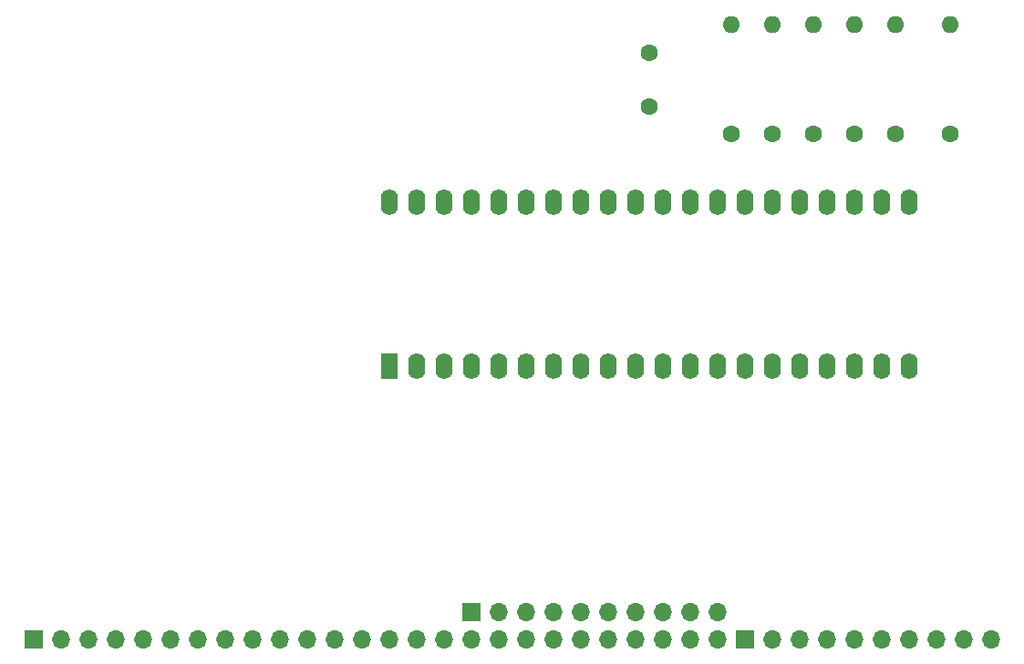
<source format=gbr>
%TF.GenerationSoftware,KiCad,Pcbnew,6.0.11+dfsg-1*%
%TF.CreationDate,2025-12-28T18:33:27+01:00*%
%TF.ProjectId,cpuz80,6370757a-3830-42e6-9b69-6361645f7063,rev?*%
%TF.SameCoordinates,Original*%
%TF.FileFunction,Soldermask,Bot*%
%TF.FilePolarity,Negative*%
%FSLAX46Y46*%
G04 Gerber Fmt 4.6, Leading zero omitted, Abs format (unit mm)*
G04 Created by KiCad (PCBNEW 6.0.11+dfsg-1) date 2025-12-28 18:33:27*
%MOMM*%
%LPD*%
G01*
G04 APERTURE LIST*
%ADD10R,1.700000X1.700000*%
%ADD11O,1.700000X1.700000*%
%ADD12R,1.600000X2.400000*%
%ADD13O,1.600000X2.400000*%
%ADD14C,1.600000*%
%ADD15O,1.600000X1.600000*%
G04 APERTURE END LIST*
D10*
%TO.C,REF\u002A\u002A*%
X180340000Y-121920000D03*
D11*
X180340000Y-124460000D03*
X182880000Y-121920000D03*
X182880000Y-124460000D03*
X185420000Y-121920000D03*
X185420000Y-124460000D03*
X187960000Y-121920000D03*
X187960000Y-124460000D03*
X190500000Y-121920000D03*
X190500000Y-124460000D03*
X193040000Y-121920000D03*
X193040000Y-124460000D03*
X195580000Y-121920000D03*
X195580000Y-124460000D03*
X198120000Y-121920000D03*
X198120000Y-124460000D03*
X200660000Y-121920000D03*
X200660000Y-124460000D03*
X203200000Y-121920000D03*
X203200000Y-124460000D03*
%TD*%
D10*
%TO.C,REF\u002A\u002A*%
X205740000Y-124460000D03*
D11*
X208280000Y-124460000D03*
X210820000Y-124460000D03*
X213360000Y-124460000D03*
X215900000Y-124460000D03*
X218440000Y-124460000D03*
X220980000Y-124460000D03*
X223520000Y-124460000D03*
X226060000Y-124460000D03*
X228600000Y-124460000D03*
%TD*%
D12*
%TO.C,REF\u002A\u002A*%
X172720000Y-99060000D03*
D13*
X175260000Y-99060000D03*
X177800000Y-99060000D03*
X180340000Y-99060000D03*
X182880000Y-99060000D03*
X185420000Y-99060000D03*
X187960000Y-99060000D03*
X190500000Y-99060000D03*
X193040000Y-99060000D03*
X195580000Y-99060000D03*
X198120000Y-99060000D03*
X200660000Y-99060000D03*
X203200000Y-99060000D03*
X205740000Y-99060000D03*
X208280000Y-99060000D03*
X210820000Y-99060000D03*
X213360000Y-99060000D03*
X215900000Y-99060000D03*
X218440000Y-99060000D03*
X220980000Y-99060000D03*
X220980000Y-83820000D03*
X218440000Y-83820000D03*
X215900000Y-83820000D03*
X213360000Y-83820000D03*
X210820000Y-83820000D03*
X208280000Y-83820000D03*
X205740000Y-83820000D03*
X203200000Y-83820000D03*
X200660000Y-83820000D03*
X198120000Y-83820000D03*
X195580000Y-83820000D03*
X193040000Y-83820000D03*
X190500000Y-83820000D03*
X187960000Y-83820000D03*
X185420000Y-83820000D03*
X182880000Y-83820000D03*
X180340000Y-83820000D03*
X177800000Y-83820000D03*
X175260000Y-83820000D03*
X172720000Y-83820000D03*
%TD*%
D14*
%TO.C,100nF*%
X196850000Y-74930000D03*
X196850000Y-69930000D03*
%TD*%
%TO.C,10k*%
X208280000Y-77470000D03*
D15*
X208280000Y-67310000D03*
%TD*%
D10*
%TO.C,REF\u002A\u002A*%
X139700000Y-124460000D03*
D11*
X142240000Y-124460000D03*
X144780000Y-124460000D03*
X147320000Y-124460000D03*
X149860000Y-124460000D03*
X152400000Y-124460000D03*
X154940000Y-124460000D03*
X157480000Y-124460000D03*
X160020000Y-124460000D03*
X162560000Y-124460000D03*
X165100000Y-124460000D03*
X167640000Y-124460000D03*
X170180000Y-124460000D03*
X172720000Y-124460000D03*
X175260000Y-124460000D03*
X177800000Y-124460000D03*
%TD*%
D14*
%TO.C,10k*%
X215900000Y-77470000D03*
D15*
X215900000Y-67310000D03*
%TD*%
D14*
%TO.C,10k*%
X219710000Y-77470000D03*
D15*
X219710000Y-67310000D03*
%TD*%
D14*
%TO.C,10k*%
X204470000Y-77470000D03*
D15*
X204470000Y-67310000D03*
%TD*%
D14*
%TO.C,10k*%
X212090000Y-77470000D03*
D15*
X212090000Y-67310000D03*
%TD*%
D14*
%TO.C,10k*%
X224790000Y-77470000D03*
D15*
X224790000Y-67310000D03*
%TD*%
M02*

</source>
